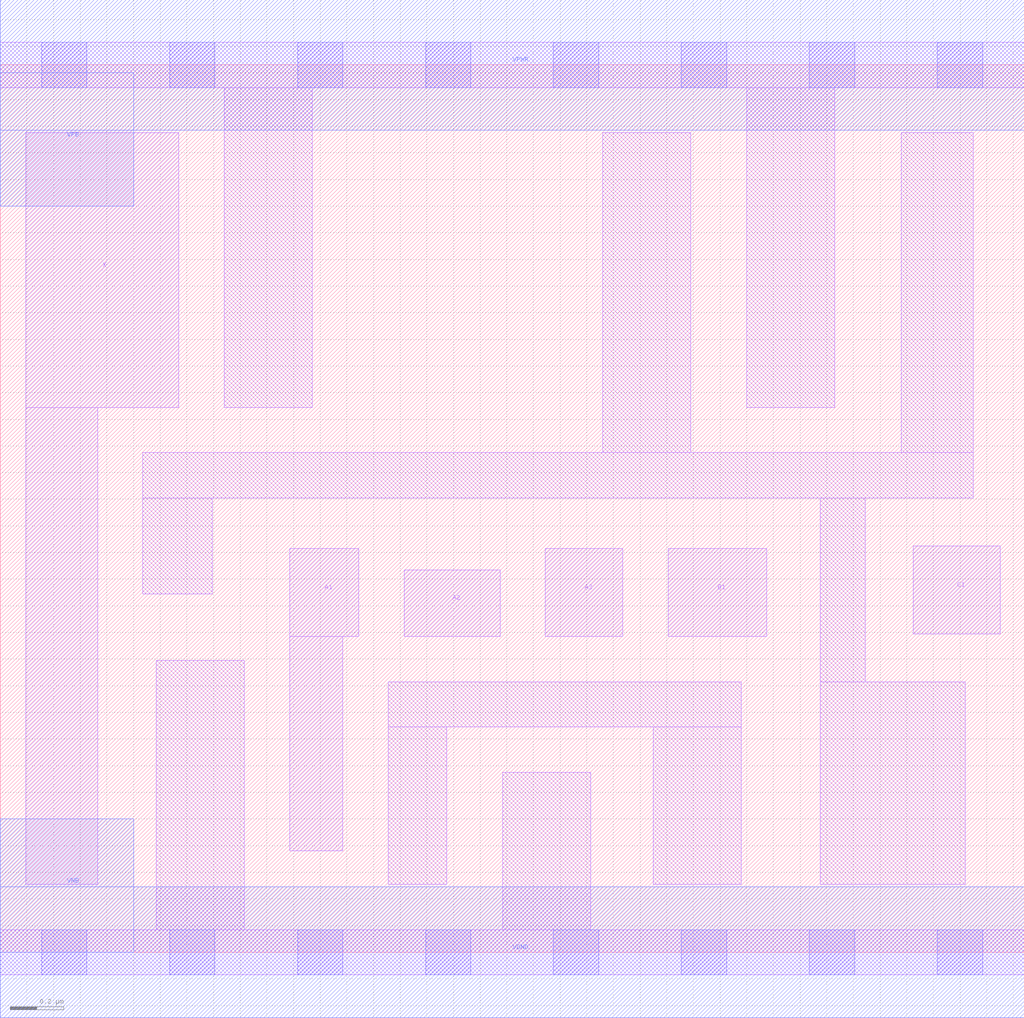
<source format=lef>
# Copyright 2020 The SkyWater PDK Authors
#
# Licensed under the Apache License, Version 2.0 (the "License");
# you may not use this file except in compliance with the License.
# You may obtain a copy of the License at
#
#     https://www.apache.org/licenses/LICENSE-2.0
#
# Unless required by applicable law or agreed to in writing, software
# distributed under the License is distributed on an "AS IS" BASIS,
# WITHOUT WARRANTIES OR CONDITIONS OF ANY KIND, either express or implied.
# See the License for the specific language governing permissions and
# limitations under the License.
#
# SPDX-License-Identifier: Apache-2.0

VERSION 5.5 ;
NAMESCASESENSITIVE ON ;
BUSBITCHARS "[]" ;
DIVIDERCHAR "/" ;
MACRO sky130_fd_sc_lp__o311a_1
  CLASS CORE ;
  SOURCE USER ;
  ORIGIN  0.000000  0.000000 ;
  SIZE  3.840000 BY  3.330000 ;
  SYMMETRY X Y R90 ;
  SITE unit ;
  PIN A1
    ANTENNAGATEAREA  0.315000 ;
    DIRECTION INPUT ;
    USE SIGNAL ;
    PORT
      LAYER li1 ;
        RECT 1.085000 0.380000 1.285000 1.185000 ;
        RECT 1.085000 1.185000 1.345000 1.515000 ;
    END
  END A1
  PIN A2
    ANTENNAGATEAREA  0.315000 ;
    DIRECTION INPUT ;
    USE SIGNAL ;
    PORT
      LAYER li1 ;
        RECT 1.515000 1.185000 1.875000 1.435000 ;
    END
  END A2
  PIN A3
    ANTENNAGATEAREA  0.315000 ;
    DIRECTION INPUT ;
    USE SIGNAL ;
    PORT
      LAYER li1 ;
        RECT 2.045000 1.185000 2.335000 1.515000 ;
    END
  END A3
  PIN B1
    ANTENNAGATEAREA  0.315000 ;
    DIRECTION INPUT ;
    USE SIGNAL ;
    PORT
      LAYER li1 ;
        RECT 2.505000 1.185000 2.875000 1.515000 ;
    END
  END B1
  PIN C1
    ANTENNAGATEAREA  0.315000 ;
    DIRECTION INPUT ;
    USE SIGNAL ;
    PORT
      LAYER li1 ;
        RECT 3.425000 1.195000 3.750000 1.525000 ;
    END
  END C1
  PIN X
    ANTENNADIFFAREA  0.556500 ;
    DIRECTION OUTPUT ;
    USE SIGNAL ;
    PORT
      LAYER li1 ;
        RECT 0.095000 0.255000 0.365000 2.045000 ;
        RECT 0.095000 2.045000 0.670000 3.075000 ;
    END
  END X
  PIN VGND
    DIRECTION INOUT ;
    USE GROUND ;
    PORT
      LAYER met1 ;
        RECT 0.000000 -0.245000 3.840000 0.245000 ;
    END
  END VGND
  PIN VNB
    DIRECTION INOUT ;
    USE GROUND ;
    PORT
      LAYER met1 ;
        RECT 0.000000 0.000000 0.500000 0.500000 ;
    END
  END VNB
  PIN VPB
    DIRECTION INOUT ;
    USE POWER ;
    PORT
      LAYER met1 ;
        RECT 0.000000 2.800000 0.500000 3.300000 ;
    END
  END VPB
  PIN VPWR
    DIRECTION INOUT ;
    USE POWER ;
    PORT
      LAYER met1 ;
        RECT 0.000000 3.085000 3.840000 3.575000 ;
    END
  END VPWR
  OBS
    LAYER li1 ;
      RECT 0.000000 -0.085000 3.840000 0.085000 ;
      RECT 0.000000  3.245000 3.840000 3.415000 ;
      RECT 0.535000  1.345000 0.795000 1.705000 ;
      RECT 0.535000  1.705000 3.650000 1.875000 ;
      RECT 0.585000  0.085000 0.915000 1.095000 ;
      RECT 0.840000  2.045000 1.170000 3.245000 ;
      RECT 1.455000  0.255000 1.675000 0.845000 ;
      RECT 1.455000  0.845000 2.780000 1.015000 ;
      RECT 1.885000  0.085000 2.215000 0.675000 ;
      RECT 2.260000  1.875000 2.590000 3.075000 ;
      RECT 2.450000  0.255000 2.780000 0.845000 ;
      RECT 2.800000  2.045000 3.130000 3.245000 ;
      RECT 3.075000  0.255000 3.620000 1.015000 ;
      RECT 3.075000  1.015000 3.245000 1.705000 ;
      RECT 3.380000  1.875000 3.650000 3.075000 ;
    LAYER mcon ;
      RECT 0.155000 -0.085000 0.325000 0.085000 ;
      RECT 0.155000  3.245000 0.325000 3.415000 ;
      RECT 0.635000 -0.085000 0.805000 0.085000 ;
      RECT 0.635000  3.245000 0.805000 3.415000 ;
      RECT 1.115000 -0.085000 1.285000 0.085000 ;
      RECT 1.115000  3.245000 1.285000 3.415000 ;
      RECT 1.595000 -0.085000 1.765000 0.085000 ;
      RECT 1.595000  3.245000 1.765000 3.415000 ;
      RECT 2.075000 -0.085000 2.245000 0.085000 ;
      RECT 2.075000  3.245000 2.245000 3.415000 ;
      RECT 2.555000 -0.085000 2.725000 0.085000 ;
      RECT 2.555000  3.245000 2.725000 3.415000 ;
      RECT 3.035000 -0.085000 3.205000 0.085000 ;
      RECT 3.035000  3.245000 3.205000 3.415000 ;
      RECT 3.515000 -0.085000 3.685000 0.085000 ;
      RECT 3.515000  3.245000 3.685000 3.415000 ;
  END
END sky130_fd_sc_lp__o311a_1

</source>
